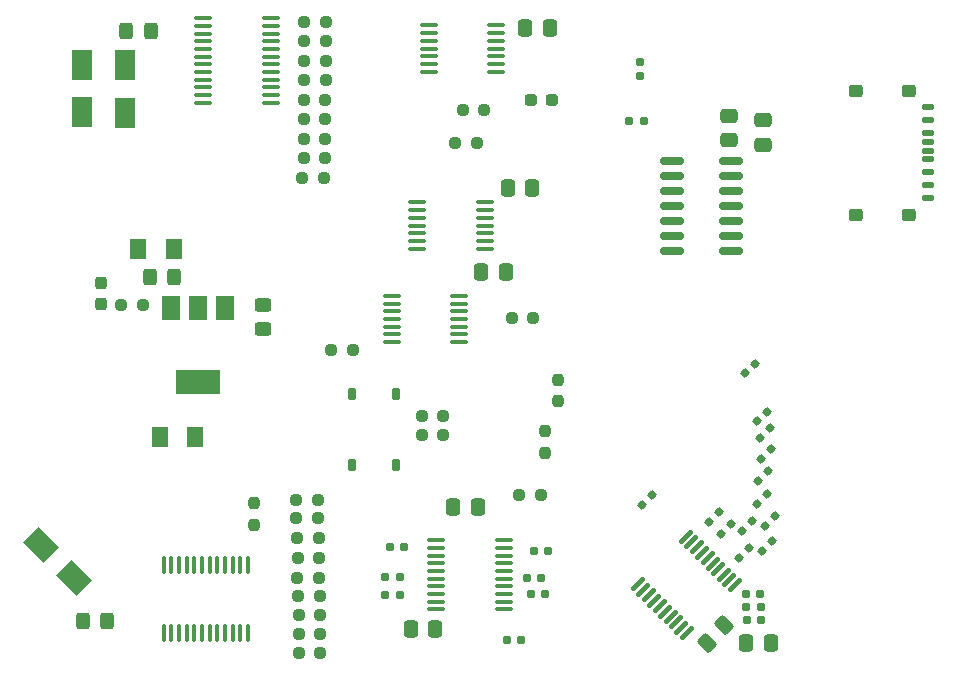
<source format=gbr>
%TF.GenerationSoftware,KiCad,Pcbnew,6.0.5-a6ca702e91~116~ubuntu21.10.1*%
%TF.CreationDate,2023-01-26T06:13:43-07:00*%
%TF.ProjectId,PowerBook,506f7765-7242-46f6-9f6b-2e6b69636164,rev?*%
%TF.SameCoordinates,Original*%
%TF.FileFunction,Paste,Top*%
%TF.FilePolarity,Positive*%
%FSLAX46Y46*%
G04 Gerber Fmt 4.6, Leading zero omitted, Abs format (unit mm)*
G04 Created by KiCad (PCBNEW 6.0.5-a6ca702e91~116~ubuntu21.10.1) date 2023-01-26 06:13:43*
%MOMM*%
%LPD*%
G01*
G04 APERTURE LIST*
G04 Aperture macros list*
%AMRoundRect*
0 Rectangle with rounded corners*
0 $1 Rounding radius*
0 $2 $3 $4 $5 $6 $7 $8 $9 X,Y pos of 4 corners*
0 Add a 4 corners polygon primitive as box body*
4,1,4,$2,$3,$4,$5,$6,$7,$8,$9,$2,$3,0*
0 Add four circle primitives for the rounded corners*
1,1,$1+$1,$2,$3*
1,1,$1+$1,$4,$5*
1,1,$1+$1,$6,$7*
1,1,$1+$1,$8,$9*
0 Add four rect primitives between the rounded corners*
20,1,$1+$1,$2,$3,$4,$5,0*
20,1,$1+$1,$4,$5,$6,$7,0*
20,1,$1+$1,$6,$7,$8,$9,0*
20,1,$1+$1,$8,$9,$2,$3,0*%
%AMRotRect*
0 Rectangle, with rotation*
0 The origin of the aperture is its center*
0 $1 length*
0 $2 width*
0 $3 Rotation angle, in degrees counterclockwise*
0 Add horizontal line*
21,1,$1,$2,0,0,$3*%
G04 Aperture macros list end*
%ADD10RoundRect,0.250001X0.462499X0.624999X-0.462499X0.624999X-0.462499X-0.624999X0.462499X-0.624999X0*%
%ADD11R,1.500000X2.000000*%
%ADD12R,3.800000X2.000000*%
%ADD13RoundRect,0.250000X0.325000X0.450000X-0.325000X0.450000X-0.325000X-0.450000X0.325000X-0.450000X0*%
%ADD14RoundRect,0.250000X0.450000X-0.325000X0.450000X0.325000X-0.450000X0.325000X-0.450000X-0.325000X0*%
%ADD15RoundRect,0.250000X-0.325000X-0.450000X0.325000X-0.450000X0.325000X0.450000X-0.325000X0.450000X0*%
%ADD16R,1.800000X2.500000*%
%ADD17RoundRect,0.160000X0.026517X0.252791X-0.252791X-0.026517X-0.026517X-0.252791X0.252791X0.026517X0*%
%ADD18RoundRect,0.100000X-0.100000X0.637500X-0.100000X-0.637500X0.100000X-0.637500X0.100000X0.637500X0*%
%ADD19RoundRect,0.160000X0.197500X0.160000X-0.197500X0.160000X-0.197500X-0.160000X0.197500X-0.160000X0*%
%ADD20RoundRect,0.237500X-0.250000X-0.237500X0.250000X-0.237500X0.250000X0.237500X-0.250000X0.237500X0*%
%ADD21RoundRect,0.250000X0.475000X-0.337500X0.475000X0.337500X-0.475000X0.337500X-0.475000X-0.337500X0*%
%ADD22RoundRect,0.100000X-0.637500X-0.100000X0.637500X-0.100000X0.637500X0.100000X-0.637500X0.100000X0*%
%ADD23RoundRect,0.250000X0.097227X-0.574524X0.574524X-0.097227X-0.097227X0.574524X-0.574524X0.097227X0*%
%ADD24RoundRect,0.160000X0.160000X-0.197500X0.160000X0.197500X-0.160000X0.197500X-0.160000X-0.197500X0*%
%ADD25RoundRect,0.100000X0.380070X0.521491X-0.521491X-0.380070X-0.380070X-0.521491X0.521491X0.380070X0*%
%ADD26RoundRect,0.237500X-0.237500X0.287500X-0.237500X-0.287500X0.237500X-0.287500X0.237500X0.287500X0*%
%ADD27RoundRect,0.160000X-0.197500X-0.160000X0.197500X-0.160000X0.197500X0.160000X-0.197500X0.160000X0*%
%ADD28RoundRect,0.250000X-0.337500X-0.475000X0.337500X-0.475000X0.337500X0.475000X-0.337500X0.475000X0*%
%ADD29RoundRect,0.250000X0.337500X0.475000X-0.337500X0.475000X-0.337500X-0.475000X0.337500X-0.475000X0*%
%ADD30RoundRect,0.237500X0.250000X0.237500X-0.250000X0.237500X-0.250000X-0.237500X0.250000X-0.237500X0*%
%ADD31RoundRect,0.237500X-0.287500X-0.237500X0.287500X-0.237500X0.287500X0.237500X-0.287500X0.237500X0*%
%ADD32RotRect,2.500000X1.800000X135.000000*%
%ADD33RoundRect,0.237500X0.237500X-0.250000X0.237500X0.250000X-0.237500X0.250000X-0.237500X-0.250000X0*%
%ADD34RoundRect,0.125000X-0.415000X0.125000X-0.415000X-0.125000X0.415000X-0.125000X0.415000X0.125000X0*%
%ADD35RoundRect,0.262500X-0.337500X0.262500X-0.337500X-0.262500X0.337500X-0.262500X0.337500X0.262500X0*%
%ADD36RoundRect,0.150000X-0.825000X-0.150000X0.825000X-0.150000X0.825000X0.150000X-0.825000X0.150000X0*%
%ADD37RoundRect,0.237500X-0.237500X0.250000X-0.237500X-0.250000X0.237500X-0.250000X0.237500X0.250000X0*%
%ADD38RoundRect,0.187500X0.187500X-0.312500X0.187500X0.312500X-0.187500X0.312500X-0.187500X-0.312500X0*%
%ADD39RoundRect,0.100000X0.637500X0.100000X-0.637500X0.100000X-0.637500X-0.100000X0.637500X-0.100000X0*%
G04 APERTURE END LIST*
D10*
%TO.C,C3*%
X116041500Y-93167200D03*
X113066500Y-93167200D03*
%TD*%
%TO.C,C4*%
X117870300Y-109118400D03*
X114895300Y-109118400D03*
%TD*%
D11*
%TO.C,U3*%
X120393220Y-98146920D03*
X118093220Y-98146920D03*
D12*
X118093220Y-104446920D03*
D11*
X115793220Y-98146920D03*
%TD*%
D13*
%TO.C,C2*%
X116078000Y-95554800D03*
X114028000Y-95554800D03*
%TD*%
D14*
%TO.C,C5*%
X123596400Y-99941600D03*
X123596400Y-97891600D03*
%TD*%
D15*
%TO.C,C6*%
X108347400Y-124663200D03*
X110397400Y-124663200D03*
%TD*%
D16*
%TO.C,D1*%
X111963200Y-77635600D03*
X111963200Y-81635600D03*
%TD*%
D17*
%TO.C,R42*%
X166725600Y-117906800D03*
X165880608Y-118751792D03*
%TD*%
D18*
%TO.C,U2*%
X122345400Y-119971900D03*
X121695400Y-119971900D03*
X121045400Y-119971900D03*
X120395400Y-119971900D03*
X119745400Y-119971900D03*
X119095400Y-119971900D03*
X118445400Y-119971900D03*
X117795400Y-119971900D03*
X117145400Y-119971900D03*
X116495400Y-119971900D03*
X115845400Y-119971900D03*
X115195400Y-119971900D03*
X115195400Y-125696900D03*
X115845400Y-125696900D03*
X116495400Y-125696900D03*
X117145400Y-125696900D03*
X117795400Y-125696900D03*
X118445400Y-125696900D03*
X119095400Y-125696900D03*
X119745400Y-125696900D03*
X120395400Y-125696900D03*
X121045400Y-125696900D03*
X121695400Y-125696900D03*
X122345400Y-125696900D03*
%TD*%
D19*
%TO.C,R54*%
X135178800Y-120954800D03*
X133983800Y-120954800D03*
%TD*%
D20*
%TO.C,R39*%
X126595500Y-122580400D03*
X128420500Y-122580400D03*
%TD*%
D17*
%TO.C,R16*%
X166624000Y-110083600D03*
X165779008Y-110928592D03*
%TD*%
D20*
%TO.C,R4*%
X127052700Y-83820000D03*
X128877700Y-83820000D03*
%TD*%
D19*
%TO.C,R50*%
X147511100Y-122377200D03*
X146316100Y-122377200D03*
%TD*%
D20*
%TO.C,R33*%
X126495800Y-117652800D03*
X128320800Y-117652800D03*
%TD*%
%TO.C,R36*%
X126648200Y-127406400D03*
X128473200Y-127406400D03*
%TD*%
D21*
%TO.C,C12*%
X165963600Y-84349500D03*
X165963600Y-82274500D03*
%TD*%
D22*
%TO.C,U1*%
X118549500Y-73641000D03*
X118549500Y-74291000D03*
X118549500Y-74941000D03*
X118549500Y-75591000D03*
X118549500Y-76241000D03*
X118549500Y-76891000D03*
X118549500Y-77541000D03*
X118549500Y-78191000D03*
X118549500Y-78841000D03*
X118549500Y-79491000D03*
X118549500Y-80141000D03*
X118549500Y-80791000D03*
X124274500Y-80791000D03*
X124274500Y-80141000D03*
X124274500Y-79491000D03*
X124274500Y-78841000D03*
X124274500Y-78191000D03*
X124274500Y-77541000D03*
X124274500Y-76891000D03*
X124274500Y-76241000D03*
X124274500Y-75591000D03*
X124274500Y-74941000D03*
X124274500Y-74291000D03*
X124274500Y-73641000D03*
%TD*%
D20*
%TO.C,R5*%
X127052700Y-82194400D03*
X128877700Y-82194400D03*
%TD*%
%TO.C,R35*%
X126445000Y-114401600D03*
X128270000Y-114401600D03*
%TD*%
%TO.C,R1*%
X126546600Y-119329200D03*
X128371600Y-119329200D03*
%TD*%
D23*
%TO.C,C8*%
X161216777Y-126514423D03*
X162684023Y-125047177D03*
%TD*%
D20*
%TO.C,R38*%
X126646300Y-124155200D03*
X128471300Y-124155200D03*
%TD*%
D17*
%TO.C,R17*%
X166351392Y-111931008D03*
X165506400Y-112776000D03*
%TD*%
D20*
%TO.C,R9*%
X127105400Y-78892400D03*
X128930400Y-78892400D03*
%TD*%
D17*
%TO.C,R13*%
X156581696Y-114029904D03*
X155736704Y-114874896D03*
%TD*%
D21*
%TO.C,C7*%
X163068000Y-83964600D03*
X163068000Y-81889600D03*
%TD*%
D20*
%TO.C,R40*%
X126493900Y-121056400D03*
X128318900Y-121056400D03*
%TD*%
D17*
%TO.C,R45*%
X162204400Y-115417600D03*
X161359408Y-116262592D03*
%TD*%
D24*
%TO.C,R57*%
X155549600Y-78563400D03*
X155549600Y-77368400D03*
%TD*%
D25*
%TO.C,U4*%
X163553580Y-121659394D03*
X163093961Y-121199775D03*
X162634342Y-120740155D03*
X162174722Y-120280536D03*
X161715103Y-119820917D03*
X161255483Y-119361297D03*
X160795864Y-118901678D03*
X160336245Y-118442058D03*
X159876625Y-117982439D03*
X159417006Y-117522820D03*
X155368820Y-121571006D03*
X155828439Y-122030625D03*
X156288058Y-122490245D03*
X156747678Y-122949864D03*
X157207297Y-123409483D03*
X157666917Y-123869103D03*
X158126536Y-124328722D03*
X158586155Y-124788342D03*
X159045775Y-125247961D03*
X159505394Y-125707580D03*
%TD*%
D17*
%TO.C,R18*%
X166319200Y-113944400D03*
X165474208Y-114789392D03*
%TD*%
D26*
%TO.C,D5*%
X109931200Y-96040000D03*
X109931200Y-97790000D03*
%TD*%
D27*
%TO.C,R47*%
X164541200Y-123494800D03*
X165736200Y-123494800D03*
%TD*%
D28*
%TO.C,C15*%
X139729300Y-115011200D03*
X141804300Y-115011200D03*
%TD*%
D29*
%TO.C,C14*%
X147900300Y-74472800D03*
X145825300Y-74472800D03*
%TD*%
D19*
%TO.C,R53*%
X135178800Y-122428000D03*
X133983800Y-122428000D03*
%TD*%
D16*
%TO.C,D2*%
X108305600Y-81603600D03*
X108305600Y-77603600D03*
%TD*%
D30*
%TO.C,R31*%
X138887200Y-108915200D03*
X137062200Y-108915200D03*
%TD*%
D20*
%TO.C,R3*%
X127054600Y-85445600D03*
X128879600Y-85445600D03*
%TD*%
D17*
%TO.C,R15*%
X166573200Y-108356400D03*
X165728208Y-109201392D03*
%TD*%
D30*
%TO.C,R32*%
X138887200Y-107340400D03*
X137062200Y-107340400D03*
%TD*%
D31*
%TO.C,D4*%
X146292600Y-80518000D03*
X148042600Y-80518000D03*
%TD*%
D30*
%TO.C,R56*%
X113434500Y-97891600D03*
X111609500Y-97891600D03*
%TD*%
D32*
%TO.C,D3*%
X107645200Y-121056400D03*
X104816772Y-118227972D03*
%TD*%
D20*
%TO.C,R7*%
X127103500Y-75590400D03*
X128928500Y-75590400D03*
%TD*%
D17*
%TO.C,R43*%
X164998400Y-116230400D03*
X164153408Y-117075392D03*
%TD*%
D19*
%TO.C,R30*%
X155830200Y-82296000D03*
X154635200Y-82296000D03*
%TD*%
%TO.C,R49*%
X145440400Y-126288800D03*
X144245400Y-126288800D03*
%TD*%
D20*
%TO.C,R8*%
X127105400Y-77266800D03*
X128930400Y-77266800D03*
%TD*%
%TO.C,R2*%
X126953000Y-87122000D03*
X128778000Y-87122000D03*
%TD*%
D33*
%TO.C,R27*%
X148590000Y-106066600D03*
X148590000Y-104241600D03*
%TD*%
D34*
%TO.C,SD2*%
X179936400Y-81189200D03*
X179936400Y-82289200D03*
X179936400Y-83389200D03*
X179936400Y-84139200D03*
X179936400Y-84839200D03*
X179936400Y-85589200D03*
X179936400Y-86689200D03*
X179936400Y-87789200D03*
X179936400Y-88889200D03*
D35*
X178296400Y-90264200D03*
X178296400Y-79814200D03*
X173846400Y-90264200D03*
X173846400Y-79814200D03*
%TD*%
D19*
%TO.C,R55*%
X135585200Y-118364000D03*
X134390200Y-118364000D03*
%TD*%
D17*
%TO.C,R12*%
X165303200Y-102870000D03*
X164458208Y-103714992D03*
%TD*%
D19*
%TO.C,R51*%
X147155500Y-121056400D03*
X145960500Y-121056400D03*
%TD*%
D17*
%TO.C,R19*%
X166928800Y-115773200D03*
X166083808Y-116618192D03*
%TD*%
D28*
%TO.C,C10*%
X164519700Y-126542800D03*
X166594700Y-126542800D03*
%TD*%
D30*
%TO.C,R24*%
X131214500Y-101752400D03*
X129389500Y-101752400D03*
%TD*%
D29*
%TO.C,C9*%
X144162600Y-95148400D03*
X142087600Y-95148400D03*
%TD*%
D36*
%TO.C,U8*%
X158256200Y-85699600D03*
X158256200Y-86969600D03*
X158256200Y-88239600D03*
X158256200Y-89509600D03*
X158256200Y-90779600D03*
X158256200Y-92049600D03*
X158256200Y-93319600D03*
X163206200Y-93319600D03*
X163206200Y-92049600D03*
X163206200Y-90779600D03*
X163206200Y-89509600D03*
X163206200Y-88239600D03*
X163206200Y-86969600D03*
X163206200Y-85699600D03*
%TD*%
D20*
%TO.C,R10*%
X127054600Y-80568800D03*
X128879600Y-80568800D03*
%TD*%
%TO.C,R34*%
X126443100Y-115976400D03*
X128268100Y-115976400D03*
%TD*%
D37*
%TO.C,R26*%
X147472400Y-108610400D03*
X147472400Y-110435400D03*
%TD*%
D33*
%TO.C,R41*%
X122834400Y-116533300D03*
X122834400Y-114708300D03*
%TD*%
D22*
%TO.C,U7*%
X136685100Y-89236000D03*
X136685100Y-89886000D03*
X136685100Y-90536000D03*
X136685100Y-91186000D03*
X136685100Y-91836000D03*
X136685100Y-92486000D03*
X136685100Y-93136000D03*
X142410100Y-93136000D03*
X142410100Y-92486000D03*
X142410100Y-91836000D03*
X142410100Y-91186000D03*
X142410100Y-90536000D03*
X142410100Y-89886000D03*
X142410100Y-89236000D03*
%TD*%
D20*
%TO.C,R37*%
X126646300Y-125780800D03*
X128471300Y-125780800D03*
%TD*%
D38*
%TO.C,SW1*%
X131153300Y-105458000D03*
X131153300Y-111458000D03*
X134903300Y-105458000D03*
X134903300Y-111458000D03*
%TD*%
D13*
%TO.C,F2*%
X114105800Y-74676000D03*
X112055800Y-74676000D03*
%TD*%
D20*
%TO.C,R23*%
X144678400Y-99009200D03*
X146503400Y-99009200D03*
%TD*%
%TO.C,R25*%
X145291800Y-113995200D03*
X147116800Y-113995200D03*
%TD*%
D22*
%TO.C,U5*%
X134500700Y-97160800D03*
X134500700Y-97810800D03*
X134500700Y-98460800D03*
X134500700Y-99110800D03*
X134500700Y-99760800D03*
X134500700Y-100410800D03*
X134500700Y-101060800D03*
X140225700Y-101060800D03*
X140225700Y-100410800D03*
X140225700Y-99760800D03*
X140225700Y-99110800D03*
X140225700Y-98460800D03*
X140225700Y-97810800D03*
X140225700Y-97160800D03*
%TD*%
D17*
%TO.C,R14*%
X166319200Y-106934000D03*
X165474208Y-107778992D03*
%TD*%
D39*
%TO.C,U9*%
X143984900Y-123676600D03*
X143984900Y-123026600D03*
X143984900Y-122376600D03*
X143984900Y-121726600D03*
X143984900Y-121076600D03*
X143984900Y-120426600D03*
X143984900Y-119776600D03*
X143984900Y-119126600D03*
X143984900Y-118476600D03*
X143984900Y-117826600D03*
X138259900Y-117826600D03*
X138259900Y-118476600D03*
X138259900Y-119126600D03*
X138259900Y-119776600D03*
X138259900Y-120426600D03*
X138259900Y-121076600D03*
X138259900Y-121726600D03*
X138259900Y-122376600D03*
X138259900Y-123026600D03*
X138259900Y-123676600D03*
%TD*%
D19*
%TO.C,R52*%
X147714300Y-118719600D03*
X146519300Y-118719600D03*
%TD*%
D22*
%TO.C,U6*%
X137650300Y-74250000D03*
X137650300Y-74900000D03*
X137650300Y-75550000D03*
X137650300Y-76200000D03*
X137650300Y-76850000D03*
X137650300Y-77500000D03*
X137650300Y-78150000D03*
X143375300Y-78150000D03*
X143375300Y-77500000D03*
X143375300Y-76850000D03*
X143375300Y-76200000D03*
X143375300Y-75550000D03*
X143375300Y-74900000D03*
X143375300Y-74250000D03*
%TD*%
D20*
%TO.C,R6*%
X127103500Y-73914000D03*
X128928500Y-73914000D03*
%TD*%
D29*
%TO.C,C11*%
X138197500Y-125323600D03*
X136122500Y-125323600D03*
%TD*%
D17*
%TO.C,R11*%
X164744400Y-118465600D03*
X163899408Y-119310592D03*
%TD*%
D29*
%TO.C,C13*%
X146405600Y-87985600D03*
X144330600Y-87985600D03*
%TD*%
D20*
%TO.C,R29*%
X140514700Y-81381600D03*
X142339700Y-81381600D03*
%TD*%
D17*
%TO.C,R44*%
X163220400Y-116484400D03*
X162375408Y-117329392D03*
%TD*%
D27*
%TO.C,R46*%
X164553300Y-124561600D03*
X165748300Y-124561600D03*
%TD*%
D30*
%TO.C,R28*%
X141730100Y-84175600D03*
X139905100Y-84175600D03*
%TD*%
D27*
%TO.C,R48*%
X164514600Y-122377200D03*
X165709600Y-122377200D03*
%TD*%
M02*

</source>
